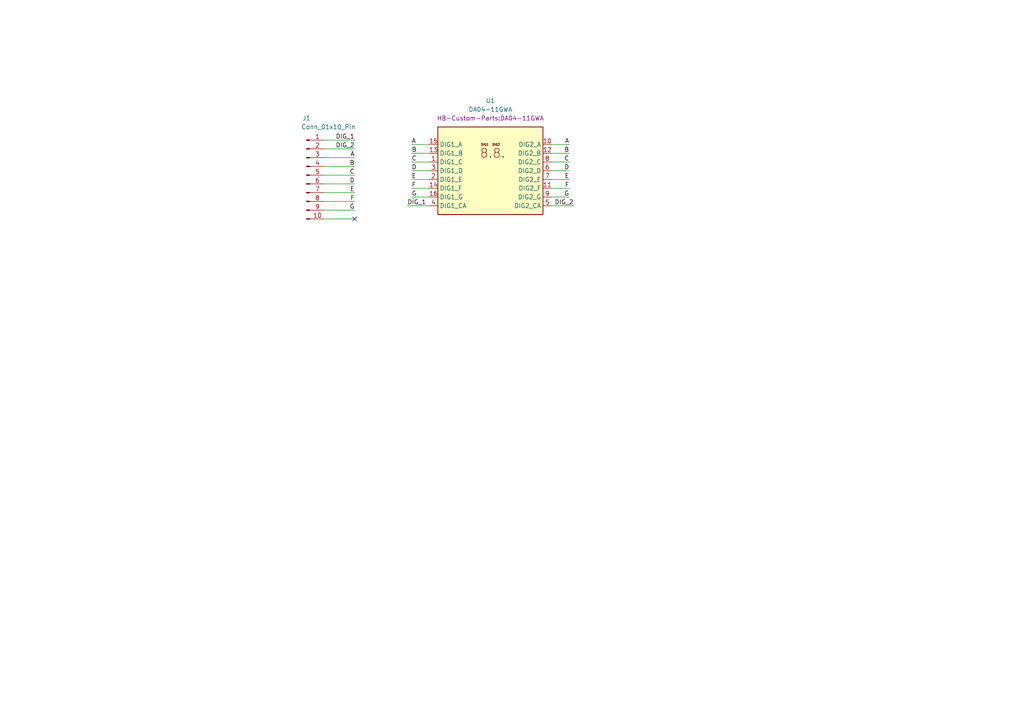
<source format=kicad_sch>
(kicad_sch (version 20230121) (generator eeschema)
  (paper "A4")
  (lib_symbols
    (symbol "Connector:Conn_01x10_Pin" (pin_names (offset 1.016) hide)
      (property "Reference" "J" (at 0 12.7 0))
      (property "Value" "Conn_01x10_Pin" (at 0 -15.24 0))
      (symbol "Conn_01x10_Pin_1_1"
        (polyline (pts (xy 1.27 -12.7) (xy 0.8636 -12.7)) (stroke (width 0.1524)))
        (polyline (pts (xy 1.27 -10.16) (xy 0.8636 -10.16)) (stroke (width 0.1524)))
        (polyline (pts (xy 1.27 -7.62) (xy 0.8636 -7.62)) (stroke (width 0.1524)))
        (polyline (pts (xy 1.27 -5.08) (xy 0.8636 -5.08)) (stroke (width 0.1524)))
        (polyline (pts (xy 1.27 -2.54) (xy 0.8636 -2.54)) (stroke (width 0.1524)))
        (polyline (pts (xy 1.27 0) (xy 0.8636 0)) (stroke (width 0.1524)))
        (polyline (pts (xy 1.27 2.54) (xy 0.8636 2.54)) (stroke (width 0.1524)))
        (polyline (pts (xy 1.27 5.08) (xy 0.8636 5.08)) (stroke (width 0.1524)))
        (polyline (pts (xy 1.27 7.62) (xy 0.8636 7.62)) (stroke (width 0.1524)))
        (polyline (pts (xy 1.27 10.16) (xy 0.8636 10.16)) (stroke (width 0.1524)))
        (rectangle (start 0.8636 -12.573) (end 0 -12.827) (stroke (width 0.1524)) (fill (type outline)))
        (rectangle (start 0.8636 -10.033) (end 0 -10.287) (stroke (width 0.1524)) (fill (type outline)))
        (rectangle (start 0.8636 -7.493) (end 0 -7.747) (stroke (width 0.1524)) (fill (type outline)))
        (rectangle (start 0.8636 -4.953) (end 0 -5.207) (stroke (width 0.1524)) (fill (type outline)))
        (rectangle (start 0.8636 -2.413) (end 0 -2.667) (stroke (width 0.1524)) (fill (type outline)))
        (rectangle (start 0.8636 0.127) (end 0 -0.127) (stroke (width 0.1524)) (fill (type outline)))
        (rectangle (start 0.8636 2.667) (end 0 2.413) (stroke (width 0.1524)) (fill (type outline)))
        (rectangle (start 0.8636 5.207) (end 0 4.953) (stroke (width 0.1524)) (fill (type outline)))
        (rectangle (start 0.8636 7.747) (end 0 7.493) (stroke (width 0.1524)) (fill (type outline)))
        (rectangle (start 0.8636 10.287) (end 0 10.033) (stroke (width 0.1524)) (fill (type outline)))
        (pin passive line (at 5.08 10.16 180) (length 3.81) (name "Pin_1") (number "1"))
        (pin passive line (at 5.08 -12.7 180) (length 3.81) (name "Pin_10") (number "10"))
        (pin passive line (at 5.08 7.62 180) (length 3.81) (name "Pin_2") (number "2"))
        (pin passive line (at 5.08 5.08 180) (length 3.81) (name "Pin_3") (number "3"))
        (pin passive line (at 5.08 2.54 180) (length 3.81) (name "Pin_4") (number "4"))
        (pin passive line (at 5.08 0 180) (length 3.81) (name "Pin_5") (number "5"))
        (pin passive line (at 5.08 -2.54 180) (length 3.81) (name "Pin_6") (number "6"))
        (pin passive line (at 5.08 -5.08 180) (length 3.81) (name "Pin_7") (number "7"))
        (pin passive line (at 5.08 -7.62 180) (length 3.81) (name "Pin_8") (number "8"))
        (pin passive line (at 5.08 -10.16 180) (length 3.81) (name "Pin_9") (number "9"))
      )
    )
    (symbol "HB-Custom-Parts:DA04-11GWA"
      (property "Reference" "U" (at -13.97 13.97 0))
      (property "Value" "DA04-11GWA" (at 15.24 13.97 0))
      (property "Footprint" "HB-Custom-Parts:DA04-11GWA" (at 0.635 -15.875 0))
      (symbol "DA04-11GWA_0_0"
        (text "8.8." (at 0.635 5.08 0) (effects (font (size 2.54 2.54))))
        (text "DIG1" (at -1.651 7.62 0) (effects (font (size 0.635 0.635))))
        (text "DIG2" (at 1.651 7.62 0) (effects (font (size 0.635 0.635))))
      )
      (symbol "DA04-11GWA_0_1"
        (rectangle (start -15.24 12.7) (end 15.24 -12.7) (stroke (width 0.254)) (fill (type background)))
      )
      (symbol "DA04-11GWA_1_1"
        (pin input line (at -17.78 2.54 0) (length 2.54) (name "DIG1_C") (number "1"))
        (pin input line (at 17.78 7.62 180) (length 2.54) (name "DIG2_A") (number "10"))
        (pin input line (at 17.78 -5.08 180) (length 2.54) (name "DIG2_F") (number "11"))
        (pin input line (at 17.78 5.08 180) (length 2.54) (name "DIG2_B") (number "12"))
        (pin input line (at -17.78 5.08 0) (length 2.54) (name "DIG1_B") (number "13"))
        (pin input line (at -17.78 -5.08 0) (length 2.54) (name "DIG1_F") (number "14"))
        (pin input line (at -17.78 7.62 0) (length 2.54) (name "DIG1_A") (number "15"))
        (pin input line (at -17.78 -7.62 0) (length 2.54) (name "DIG1_G") (number "16"))
        (pin input line (at -17.78 -2.54 0) (length 2.54) (name "DIG1_E") (number "2"))
        (pin input line (at -17.78 0 0) (length 2.54) (name "DIG1_D") (number "3"))
        (pin input line (at -17.78 -10.16 0) (length 2.54) (name "DIG1_CA") (number "4"))
        (pin input line (at 17.78 -10.16 180) (length 2.54) (name "DIG2_CA") (number "5"))
        (pin input line (at 17.78 0 180) (length 2.54) (name "DIG2_D") (number "6"))
        (pin input line (at 17.78 -2.54 180) (length 2.54) (name "DIG2_E") (number "7"))
        (pin input line (at 17.78 2.54 180) (length 2.54) (name "DIG2_C") (number "8"))
        (pin input line (at 17.78 -7.62 180) (length 2.54) (name "DIG2_G") (number "9"))
      )
    )
  )
  (no_connect (at 102.87 63.5))
  (wire (pts (xy 93.98 60.96) (xy 102.87 60.96)))
  (wire (pts (xy 93.98 43.18) (xy 102.87 43.18)))
  (wire (pts (xy 119.38 52.07) (xy 124.46 52.07)))
  (wire (pts (xy 119.38 49.53) (xy 124.46 49.53)))
  (wire (pts (xy 93.98 48.26) (xy 102.87 48.26)))
  (wire (pts (xy 93.98 40.64) (xy 102.87 40.64)))
  (wire (pts (xy 119.38 54.61) (xy 124.46 54.61)))
  (wire (pts (xy 160.02 41.91) (xy 165.1 41.91)))
  (wire (pts (xy 119.38 46.99) (xy 124.46 46.99)))
  (wire (pts (xy 160.02 52.07) (xy 165.1 52.07)))
  (wire (pts (xy 119.38 41.91) (xy 124.46 41.91)))
  (wire (pts (xy 93.98 63.5) (xy 102.87 63.5)))
  (wire (pts (xy 160.02 49.53) (xy 165.1 49.53)))
  (wire (pts (xy 93.98 55.88) (xy 102.87 55.88)))
  (wire (pts (xy 93.98 50.8) (xy 102.87 50.8)))
  (wire (pts (xy 160.02 57.15) (xy 165.1 57.15)))
  (wire (pts (xy 160.02 46.99) (xy 165.1 46.99)))
  (wire (pts (xy 119.38 44.45) (xy 124.46 44.45)))
  (wire (pts (xy 93.98 53.34) (xy 102.87 53.34)))
  (wire (pts (xy 160.02 54.61) (xy 165.1 54.61)))
  (wire (pts (xy 160.02 44.45) (xy 165.1 44.45)))
  (wire (pts (xy 118.11 59.69) (xy 124.46 59.69)))
  (wire (pts (xy 93.98 58.42) (xy 102.87 58.42)))
  (wire (pts (xy 160.02 59.69) (xy 166.37 59.69)))
  (wire (pts (xy 93.98 45.72) (xy 102.87 45.72)))
  (wire (pts (xy 119.38 57.15) (xy 124.46 57.15)))
  (label "G" (at 102.87 60.96 180))
  (label "E" (at 165.1 52.07 180))
  (label "C" (at 165.1 46.99 180))
  (label "G" (at 119.38 57.15 0))
  (label "D" (at 102.87 53.34 180))
  (label "B" (at 165.1 44.45 180))
  (label "F" (at 165.1 54.61 180))
  (label "C" (at 102.87 50.8 180))
  (label "E" (at 119.38 52.07 0))
  (label "DIG_2" (at 102.87 43.18 180))
  (label "D" (at 119.38 49.53 0))
  (label "DIG_2" (at 166.37 59.69 180))
  (label "A" (at 102.87 45.72 180))
  (label "B" (at 119.38 44.45 0))
  (label "E" (at 102.87 55.88 180))
  (label "F" (at 102.87 58.42 180))
  (label "B" (at 102.87 48.26 180))
  (label "C" (at 119.38 46.99 0))
  (label "G" (at 165.1 57.15 180))
  (label "D" (at 165.1 49.53 180))
  (label "A" (at 119.38 41.91 0))
  (label "DIG_1" (at 102.87 40.64 180))
  (label "A" (at 165.1 41.91 180))
  (label "F" (at 119.38 54.61 0))
  (label "DIG_1" (at 118.11 59.69 0))
  (symbol (lib_id "Connector:Conn_01x10_Pin") (at 88.9 50.8 0) (unit 1)
    (property "Reference" "J1" (at 88.9 34.29 0))
    (property "Value" "Conn_01x10_Pin" (at 95.25 36.83 0))
    (property "Footprint" "Connector_PinHeader_2.54mm:PinHeader_1x10_P2.54mm_Vertical" (effects hide))
  )
  (symbol (lib_id "HB-Custom-Parts:DA04-11GWA") (at 142.24 49.53 0) (unit 1)
    (property "Reference" "U1" (at 142.24 29.21 0))
    (property "Value" "DA04-11GWA" (at 142.24 31.75 0))
    (property "Footprint" "HB-Custom-Parts:DA04-11GWA" (at 142.24 34.29 0))
    (property "Datasheet" "http://www.kingbrightusa.com/images/catalog/SPEC/DA04-11GWA.pdf" (effects hide))
  )
)
</source>
